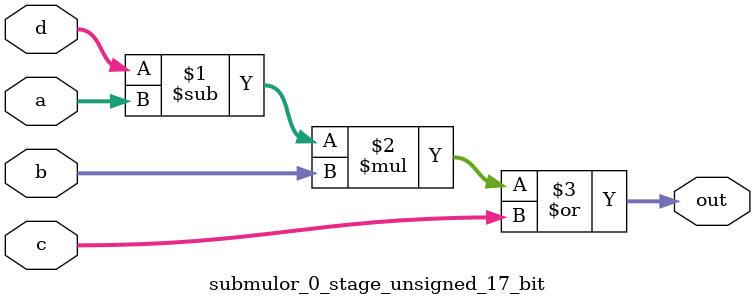
<source format=sv>
(* use_dsp = "yes" *) module submulor_0_stage_unsigned_17_bit(
	input  [16:0] a,
	input  [16:0] b,
	input  [16:0] c,
	input  [16:0] d,
	output [16:0] out
	);

	assign out = ((d - a) * b) | c;
endmodule

</source>
